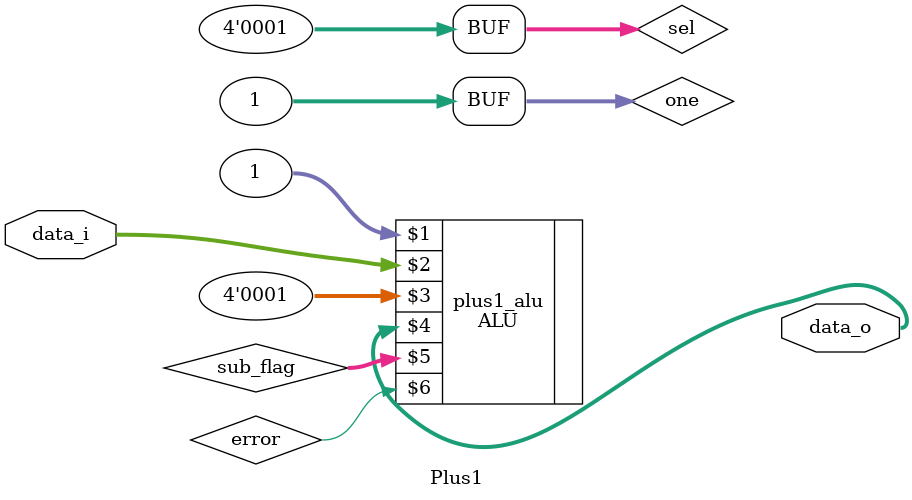
<source format=v>
`timescale 1ns / 1ps

/*
 Add 1 to input
 last edit 2022.3.28
*/

module Plus1
#(
    parameter WIDTH = 32                          //数据宽度
)
(
    input [WIDTH-1:0] data_i,
    output [WIDTH-1:0] data_o
);

    reg [WIDTH-1:0] one;
    reg [3:0] sel;
    wire [2:0] sub_flag;
    wire error;

    initial begin
        one <= 'b1;
        sel <= 4'b0001;
    end

    ALU #(WIDTH) plus1_alu (one, data_i, sel, data_o, sub_flag, error);
    /*
    #(
    parameter WIDTH = 32                          //数据宽度
)
(
    input [WIDTH-1 : 0] num1, num2,               // [数据] 两操作数
    input [3:0] sel,                              // [信号] 功能选择    //改成了四�?
    output reg [WIDTH-1 : 0] ans,                 // [数据] 运算结果
    output [2:0] sub_flag,                        // [信号] 减法大小标志
    output reg error                              // [信号] 错误标志，为 1 代表运算出错     
);*/
endmodule

</source>
